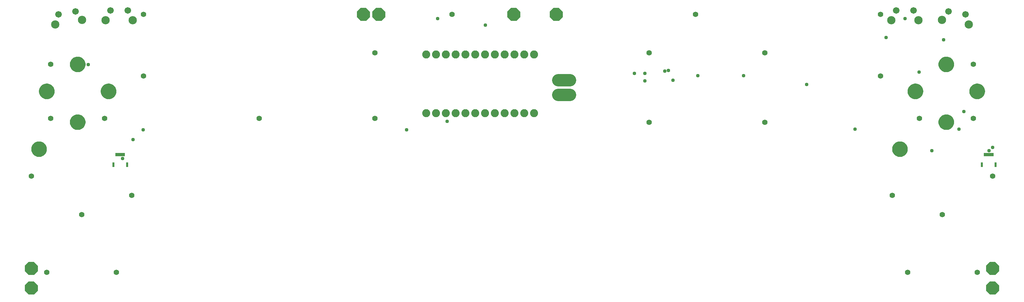
<source format=gbr>
G04 EAGLE Gerber RS-274X export*
G75*
%MOMM*%
%FSLAX34Y34*%
%LPD*%
%INSoldermask Top*%
%IPPOS*%
%AMOC8*
5,1,8,0,0,1.08239X$1,22.5*%
G01*
G04 Define Apertures*
%ADD10C,1.403200*%
%ADD11C,2.082800*%
%ADD12R,0.503200X0.903200*%
%ADD13R,0.503200X1.203200*%
%ADD14C,3.213100*%
%ADD15C,2.000000*%
%ADD16C,1.701800*%
%ADD17C,2.146300*%
%ADD18P,3.62904X8X22.5*%
%ADD19C,0.959600*%
D10*
X240000Y50000D03*
X420000Y50000D03*
X330000Y200000D03*
X200000Y300000D03*
X460000Y250000D03*
X2650000Y50000D03*
X2470000Y50000D03*
X2560000Y200000D03*
X2430000Y250000D03*
X2690000Y300000D03*
X490000Y720000D03*
X2400000Y720000D03*
X790000Y450000D03*
X1090000Y450000D03*
X2100000Y440000D03*
X1800000Y440000D03*
X1800000Y620000D03*
X2100000Y620000D03*
X250000Y450000D03*
X390000Y450000D03*
X250000Y590000D03*
X1290000Y720000D03*
X1920000Y720000D03*
X2500000Y450000D03*
X2640000Y450000D03*
X2640000Y590000D03*
X2400000Y560000D03*
X490000Y560000D03*
X1090000Y620000D03*
D11*
X1223000Y616200D03*
X1248400Y616200D03*
X1273800Y616200D03*
X1299200Y616200D03*
X1324600Y616200D03*
X1350000Y616200D03*
X1375400Y616200D03*
X1400800Y616200D03*
X1426200Y616200D03*
X1451600Y616200D03*
X1477000Y616200D03*
X1502400Y616200D03*
X1502400Y463800D03*
X1477000Y463800D03*
X1451600Y463800D03*
X1426200Y463800D03*
X1400800Y463800D03*
X1375400Y463800D03*
X1350000Y463800D03*
X1324600Y463800D03*
X1299200Y463800D03*
X1273800Y463800D03*
X1248400Y463800D03*
X1223000Y463800D03*
D12*
X420000Y356000D03*
X425000Y356000D03*
X430000Y356000D03*
X435000Y356000D03*
X440000Y356000D03*
D13*
X412100Y329500D03*
X447900Y329500D03*
D12*
X2670000Y356000D03*
X2675000Y356000D03*
X2680000Y356000D03*
X2685000Y356000D03*
X2690000Y356000D03*
D13*
X2662100Y329500D03*
X2697900Y329500D03*
D14*
X1595050Y510950D02*
X1564951Y510950D01*
X1564951Y549050D02*
X1595050Y549050D01*
D15*
X2560000Y440000D02*
X2560003Y440245D01*
X2560012Y440491D01*
X2560027Y440736D01*
X2560048Y440980D01*
X2560075Y441224D01*
X2560108Y441467D01*
X2560147Y441710D01*
X2560192Y441951D01*
X2560243Y442191D01*
X2560300Y442430D01*
X2560362Y442667D01*
X2560431Y442903D01*
X2560505Y443137D01*
X2560585Y443369D01*
X2560670Y443599D01*
X2560761Y443827D01*
X2560858Y444052D01*
X2560960Y444276D01*
X2561068Y444496D01*
X2561181Y444714D01*
X2561299Y444929D01*
X2561423Y445141D01*
X2561551Y445350D01*
X2561685Y445556D01*
X2561824Y445758D01*
X2561968Y445957D01*
X2562117Y446152D01*
X2562270Y446344D01*
X2562428Y446532D01*
X2562590Y446716D01*
X2562758Y446895D01*
X2562929Y447071D01*
X2563105Y447242D01*
X2563284Y447410D01*
X2563468Y447572D01*
X2563656Y447730D01*
X2563848Y447883D01*
X2564043Y448032D01*
X2564242Y448176D01*
X2564444Y448315D01*
X2564650Y448449D01*
X2564859Y448577D01*
X2565071Y448701D01*
X2565286Y448819D01*
X2565504Y448932D01*
X2565724Y449040D01*
X2565948Y449142D01*
X2566173Y449239D01*
X2566401Y449330D01*
X2566631Y449415D01*
X2566863Y449495D01*
X2567097Y449569D01*
X2567333Y449638D01*
X2567570Y449700D01*
X2567809Y449757D01*
X2568049Y449808D01*
X2568290Y449853D01*
X2568533Y449892D01*
X2568776Y449925D01*
X2569020Y449952D01*
X2569264Y449973D01*
X2569509Y449988D01*
X2569755Y449997D01*
X2570000Y450000D01*
X2570245Y449997D01*
X2570491Y449988D01*
X2570736Y449973D01*
X2570980Y449952D01*
X2571224Y449925D01*
X2571467Y449892D01*
X2571710Y449853D01*
X2571951Y449808D01*
X2572191Y449757D01*
X2572430Y449700D01*
X2572667Y449638D01*
X2572903Y449569D01*
X2573137Y449495D01*
X2573369Y449415D01*
X2573599Y449330D01*
X2573827Y449239D01*
X2574052Y449142D01*
X2574276Y449040D01*
X2574496Y448932D01*
X2574714Y448819D01*
X2574929Y448701D01*
X2575141Y448577D01*
X2575350Y448449D01*
X2575556Y448315D01*
X2575758Y448176D01*
X2575957Y448032D01*
X2576152Y447883D01*
X2576344Y447730D01*
X2576532Y447572D01*
X2576716Y447410D01*
X2576895Y447242D01*
X2577071Y447071D01*
X2577242Y446895D01*
X2577410Y446716D01*
X2577572Y446532D01*
X2577730Y446344D01*
X2577883Y446152D01*
X2578032Y445957D01*
X2578176Y445758D01*
X2578315Y445556D01*
X2578449Y445350D01*
X2578577Y445141D01*
X2578701Y444929D01*
X2578819Y444714D01*
X2578932Y444496D01*
X2579040Y444276D01*
X2579142Y444052D01*
X2579239Y443827D01*
X2579330Y443599D01*
X2579415Y443369D01*
X2579495Y443137D01*
X2579569Y442903D01*
X2579638Y442667D01*
X2579700Y442430D01*
X2579757Y442191D01*
X2579808Y441951D01*
X2579853Y441710D01*
X2579892Y441467D01*
X2579925Y441224D01*
X2579952Y440980D01*
X2579973Y440736D01*
X2579988Y440491D01*
X2579997Y440245D01*
X2580000Y440000D01*
X2579997Y439755D01*
X2579988Y439509D01*
X2579973Y439264D01*
X2579952Y439020D01*
X2579925Y438776D01*
X2579892Y438533D01*
X2579853Y438290D01*
X2579808Y438049D01*
X2579757Y437809D01*
X2579700Y437570D01*
X2579638Y437333D01*
X2579569Y437097D01*
X2579495Y436863D01*
X2579415Y436631D01*
X2579330Y436401D01*
X2579239Y436173D01*
X2579142Y435948D01*
X2579040Y435724D01*
X2578932Y435504D01*
X2578819Y435286D01*
X2578701Y435071D01*
X2578577Y434859D01*
X2578449Y434650D01*
X2578315Y434444D01*
X2578176Y434242D01*
X2578032Y434043D01*
X2577883Y433848D01*
X2577730Y433656D01*
X2577572Y433468D01*
X2577410Y433284D01*
X2577242Y433105D01*
X2577071Y432929D01*
X2576895Y432758D01*
X2576716Y432590D01*
X2576532Y432428D01*
X2576344Y432270D01*
X2576152Y432117D01*
X2575957Y431968D01*
X2575758Y431824D01*
X2575556Y431685D01*
X2575350Y431551D01*
X2575141Y431423D01*
X2574929Y431299D01*
X2574714Y431181D01*
X2574496Y431068D01*
X2574276Y430960D01*
X2574052Y430858D01*
X2573827Y430761D01*
X2573599Y430670D01*
X2573369Y430585D01*
X2573137Y430505D01*
X2572903Y430431D01*
X2572667Y430362D01*
X2572430Y430300D01*
X2572191Y430243D01*
X2571951Y430192D01*
X2571710Y430147D01*
X2571467Y430108D01*
X2571224Y430075D01*
X2570980Y430048D01*
X2570736Y430027D01*
X2570491Y430012D01*
X2570245Y430003D01*
X2570000Y430000D01*
X2569755Y430003D01*
X2569509Y430012D01*
X2569264Y430027D01*
X2569020Y430048D01*
X2568776Y430075D01*
X2568533Y430108D01*
X2568290Y430147D01*
X2568049Y430192D01*
X2567809Y430243D01*
X2567570Y430300D01*
X2567333Y430362D01*
X2567097Y430431D01*
X2566863Y430505D01*
X2566631Y430585D01*
X2566401Y430670D01*
X2566173Y430761D01*
X2565948Y430858D01*
X2565724Y430960D01*
X2565504Y431068D01*
X2565286Y431181D01*
X2565071Y431299D01*
X2564859Y431423D01*
X2564650Y431551D01*
X2564444Y431685D01*
X2564242Y431824D01*
X2564043Y431968D01*
X2563848Y432117D01*
X2563656Y432270D01*
X2563468Y432428D01*
X2563284Y432590D01*
X2563105Y432758D01*
X2562929Y432929D01*
X2562758Y433105D01*
X2562590Y433284D01*
X2562428Y433468D01*
X2562270Y433656D01*
X2562117Y433848D01*
X2561968Y434043D01*
X2561824Y434242D01*
X2561685Y434444D01*
X2561551Y434650D01*
X2561423Y434859D01*
X2561299Y435071D01*
X2561181Y435286D01*
X2561068Y435504D01*
X2560960Y435724D01*
X2560858Y435948D01*
X2560761Y436173D01*
X2560670Y436401D01*
X2560585Y436631D01*
X2560505Y436863D01*
X2560431Y437097D01*
X2560362Y437333D01*
X2560300Y437570D01*
X2560243Y437809D01*
X2560192Y438049D01*
X2560147Y438290D01*
X2560108Y438533D01*
X2560075Y438776D01*
X2560048Y439020D01*
X2560027Y439264D01*
X2560012Y439509D01*
X2560003Y439755D01*
X2560000Y440000D01*
X310000Y440000D02*
X310003Y440245D01*
X310012Y440491D01*
X310027Y440736D01*
X310048Y440980D01*
X310075Y441224D01*
X310108Y441467D01*
X310147Y441710D01*
X310192Y441951D01*
X310243Y442191D01*
X310300Y442430D01*
X310362Y442667D01*
X310431Y442903D01*
X310505Y443137D01*
X310585Y443369D01*
X310670Y443599D01*
X310761Y443827D01*
X310858Y444052D01*
X310960Y444276D01*
X311068Y444496D01*
X311181Y444714D01*
X311299Y444929D01*
X311423Y445141D01*
X311551Y445350D01*
X311685Y445556D01*
X311824Y445758D01*
X311968Y445957D01*
X312117Y446152D01*
X312270Y446344D01*
X312428Y446532D01*
X312590Y446716D01*
X312758Y446895D01*
X312929Y447071D01*
X313105Y447242D01*
X313284Y447410D01*
X313468Y447572D01*
X313656Y447730D01*
X313848Y447883D01*
X314043Y448032D01*
X314242Y448176D01*
X314444Y448315D01*
X314650Y448449D01*
X314859Y448577D01*
X315071Y448701D01*
X315286Y448819D01*
X315504Y448932D01*
X315724Y449040D01*
X315948Y449142D01*
X316173Y449239D01*
X316401Y449330D01*
X316631Y449415D01*
X316863Y449495D01*
X317097Y449569D01*
X317333Y449638D01*
X317570Y449700D01*
X317809Y449757D01*
X318049Y449808D01*
X318290Y449853D01*
X318533Y449892D01*
X318776Y449925D01*
X319020Y449952D01*
X319264Y449973D01*
X319509Y449988D01*
X319755Y449997D01*
X320000Y450000D01*
X320245Y449997D01*
X320491Y449988D01*
X320736Y449973D01*
X320980Y449952D01*
X321224Y449925D01*
X321467Y449892D01*
X321710Y449853D01*
X321951Y449808D01*
X322191Y449757D01*
X322430Y449700D01*
X322667Y449638D01*
X322903Y449569D01*
X323137Y449495D01*
X323369Y449415D01*
X323599Y449330D01*
X323827Y449239D01*
X324052Y449142D01*
X324276Y449040D01*
X324496Y448932D01*
X324714Y448819D01*
X324929Y448701D01*
X325141Y448577D01*
X325350Y448449D01*
X325556Y448315D01*
X325758Y448176D01*
X325957Y448032D01*
X326152Y447883D01*
X326344Y447730D01*
X326532Y447572D01*
X326716Y447410D01*
X326895Y447242D01*
X327071Y447071D01*
X327242Y446895D01*
X327410Y446716D01*
X327572Y446532D01*
X327730Y446344D01*
X327883Y446152D01*
X328032Y445957D01*
X328176Y445758D01*
X328315Y445556D01*
X328449Y445350D01*
X328577Y445141D01*
X328701Y444929D01*
X328819Y444714D01*
X328932Y444496D01*
X329040Y444276D01*
X329142Y444052D01*
X329239Y443827D01*
X329330Y443599D01*
X329415Y443369D01*
X329495Y443137D01*
X329569Y442903D01*
X329638Y442667D01*
X329700Y442430D01*
X329757Y442191D01*
X329808Y441951D01*
X329853Y441710D01*
X329892Y441467D01*
X329925Y441224D01*
X329952Y440980D01*
X329973Y440736D01*
X329988Y440491D01*
X329997Y440245D01*
X330000Y440000D01*
X329997Y439755D01*
X329988Y439509D01*
X329973Y439264D01*
X329952Y439020D01*
X329925Y438776D01*
X329892Y438533D01*
X329853Y438290D01*
X329808Y438049D01*
X329757Y437809D01*
X329700Y437570D01*
X329638Y437333D01*
X329569Y437097D01*
X329495Y436863D01*
X329415Y436631D01*
X329330Y436401D01*
X329239Y436173D01*
X329142Y435948D01*
X329040Y435724D01*
X328932Y435504D01*
X328819Y435286D01*
X328701Y435071D01*
X328577Y434859D01*
X328449Y434650D01*
X328315Y434444D01*
X328176Y434242D01*
X328032Y434043D01*
X327883Y433848D01*
X327730Y433656D01*
X327572Y433468D01*
X327410Y433284D01*
X327242Y433105D01*
X327071Y432929D01*
X326895Y432758D01*
X326716Y432590D01*
X326532Y432428D01*
X326344Y432270D01*
X326152Y432117D01*
X325957Y431968D01*
X325758Y431824D01*
X325556Y431685D01*
X325350Y431551D01*
X325141Y431423D01*
X324929Y431299D01*
X324714Y431181D01*
X324496Y431068D01*
X324276Y430960D01*
X324052Y430858D01*
X323827Y430761D01*
X323599Y430670D01*
X323369Y430585D01*
X323137Y430505D01*
X322903Y430431D01*
X322667Y430362D01*
X322430Y430300D01*
X322191Y430243D01*
X321951Y430192D01*
X321710Y430147D01*
X321467Y430108D01*
X321224Y430075D01*
X320980Y430048D01*
X320736Y430027D01*
X320491Y430012D01*
X320245Y430003D01*
X320000Y430000D01*
X319755Y430003D01*
X319509Y430012D01*
X319264Y430027D01*
X319020Y430048D01*
X318776Y430075D01*
X318533Y430108D01*
X318290Y430147D01*
X318049Y430192D01*
X317809Y430243D01*
X317570Y430300D01*
X317333Y430362D01*
X317097Y430431D01*
X316863Y430505D01*
X316631Y430585D01*
X316401Y430670D01*
X316173Y430761D01*
X315948Y430858D01*
X315724Y430960D01*
X315504Y431068D01*
X315286Y431181D01*
X315071Y431299D01*
X314859Y431423D01*
X314650Y431551D01*
X314444Y431685D01*
X314242Y431824D01*
X314043Y431968D01*
X313848Y432117D01*
X313656Y432270D01*
X313468Y432428D01*
X313284Y432590D01*
X313105Y432758D01*
X312929Y432929D01*
X312758Y433105D01*
X312590Y433284D01*
X312428Y433468D01*
X312270Y433656D01*
X312117Y433848D01*
X311968Y434043D01*
X311824Y434242D01*
X311685Y434444D01*
X311551Y434650D01*
X311423Y434859D01*
X311299Y435071D01*
X311181Y435286D01*
X311068Y435504D01*
X310960Y435724D01*
X310858Y435948D01*
X310761Y436173D01*
X310670Y436401D01*
X310585Y436631D01*
X310505Y436863D01*
X310431Y437097D01*
X310362Y437333D01*
X310300Y437570D01*
X310243Y437809D01*
X310192Y438049D01*
X310147Y438290D01*
X310108Y438533D01*
X310075Y438776D01*
X310048Y439020D01*
X310027Y439264D01*
X310012Y439509D01*
X310003Y439755D01*
X310000Y440000D01*
D16*
X270000Y720000D03*
X314275Y727807D03*
D17*
X262066Y693325D03*
X331105Y705498D03*
D15*
X230000Y520000D02*
X230003Y520245D01*
X230012Y520491D01*
X230027Y520736D01*
X230048Y520980D01*
X230075Y521224D01*
X230108Y521467D01*
X230147Y521710D01*
X230192Y521951D01*
X230243Y522191D01*
X230300Y522430D01*
X230362Y522667D01*
X230431Y522903D01*
X230505Y523137D01*
X230585Y523369D01*
X230670Y523599D01*
X230761Y523827D01*
X230858Y524052D01*
X230960Y524276D01*
X231068Y524496D01*
X231181Y524714D01*
X231299Y524929D01*
X231423Y525141D01*
X231551Y525350D01*
X231685Y525556D01*
X231824Y525758D01*
X231968Y525957D01*
X232117Y526152D01*
X232270Y526344D01*
X232428Y526532D01*
X232590Y526716D01*
X232758Y526895D01*
X232929Y527071D01*
X233105Y527242D01*
X233284Y527410D01*
X233468Y527572D01*
X233656Y527730D01*
X233848Y527883D01*
X234043Y528032D01*
X234242Y528176D01*
X234444Y528315D01*
X234650Y528449D01*
X234859Y528577D01*
X235071Y528701D01*
X235286Y528819D01*
X235504Y528932D01*
X235724Y529040D01*
X235948Y529142D01*
X236173Y529239D01*
X236401Y529330D01*
X236631Y529415D01*
X236863Y529495D01*
X237097Y529569D01*
X237333Y529638D01*
X237570Y529700D01*
X237809Y529757D01*
X238049Y529808D01*
X238290Y529853D01*
X238533Y529892D01*
X238776Y529925D01*
X239020Y529952D01*
X239264Y529973D01*
X239509Y529988D01*
X239755Y529997D01*
X240000Y530000D01*
X240245Y529997D01*
X240491Y529988D01*
X240736Y529973D01*
X240980Y529952D01*
X241224Y529925D01*
X241467Y529892D01*
X241710Y529853D01*
X241951Y529808D01*
X242191Y529757D01*
X242430Y529700D01*
X242667Y529638D01*
X242903Y529569D01*
X243137Y529495D01*
X243369Y529415D01*
X243599Y529330D01*
X243827Y529239D01*
X244052Y529142D01*
X244276Y529040D01*
X244496Y528932D01*
X244714Y528819D01*
X244929Y528701D01*
X245141Y528577D01*
X245350Y528449D01*
X245556Y528315D01*
X245758Y528176D01*
X245957Y528032D01*
X246152Y527883D01*
X246344Y527730D01*
X246532Y527572D01*
X246716Y527410D01*
X246895Y527242D01*
X247071Y527071D01*
X247242Y526895D01*
X247410Y526716D01*
X247572Y526532D01*
X247730Y526344D01*
X247883Y526152D01*
X248032Y525957D01*
X248176Y525758D01*
X248315Y525556D01*
X248449Y525350D01*
X248577Y525141D01*
X248701Y524929D01*
X248819Y524714D01*
X248932Y524496D01*
X249040Y524276D01*
X249142Y524052D01*
X249239Y523827D01*
X249330Y523599D01*
X249415Y523369D01*
X249495Y523137D01*
X249569Y522903D01*
X249638Y522667D01*
X249700Y522430D01*
X249757Y522191D01*
X249808Y521951D01*
X249853Y521710D01*
X249892Y521467D01*
X249925Y521224D01*
X249952Y520980D01*
X249973Y520736D01*
X249988Y520491D01*
X249997Y520245D01*
X250000Y520000D01*
X249997Y519755D01*
X249988Y519509D01*
X249973Y519264D01*
X249952Y519020D01*
X249925Y518776D01*
X249892Y518533D01*
X249853Y518290D01*
X249808Y518049D01*
X249757Y517809D01*
X249700Y517570D01*
X249638Y517333D01*
X249569Y517097D01*
X249495Y516863D01*
X249415Y516631D01*
X249330Y516401D01*
X249239Y516173D01*
X249142Y515948D01*
X249040Y515724D01*
X248932Y515504D01*
X248819Y515286D01*
X248701Y515071D01*
X248577Y514859D01*
X248449Y514650D01*
X248315Y514444D01*
X248176Y514242D01*
X248032Y514043D01*
X247883Y513848D01*
X247730Y513656D01*
X247572Y513468D01*
X247410Y513284D01*
X247242Y513105D01*
X247071Y512929D01*
X246895Y512758D01*
X246716Y512590D01*
X246532Y512428D01*
X246344Y512270D01*
X246152Y512117D01*
X245957Y511968D01*
X245758Y511824D01*
X245556Y511685D01*
X245350Y511551D01*
X245141Y511423D01*
X244929Y511299D01*
X244714Y511181D01*
X244496Y511068D01*
X244276Y510960D01*
X244052Y510858D01*
X243827Y510761D01*
X243599Y510670D01*
X243369Y510585D01*
X243137Y510505D01*
X242903Y510431D01*
X242667Y510362D01*
X242430Y510300D01*
X242191Y510243D01*
X241951Y510192D01*
X241710Y510147D01*
X241467Y510108D01*
X241224Y510075D01*
X240980Y510048D01*
X240736Y510027D01*
X240491Y510012D01*
X240245Y510003D01*
X240000Y510000D01*
X239755Y510003D01*
X239509Y510012D01*
X239264Y510027D01*
X239020Y510048D01*
X238776Y510075D01*
X238533Y510108D01*
X238290Y510147D01*
X238049Y510192D01*
X237809Y510243D01*
X237570Y510300D01*
X237333Y510362D01*
X237097Y510431D01*
X236863Y510505D01*
X236631Y510585D01*
X236401Y510670D01*
X236173Y510761D01*
X235948Y510858D01*
X235724Y510960D01*
X235504Y511068D01*
X235286Y511181D01*
X235071Y511299D01*
X234859Y511423D01*
X234650Y511551D01*
X234444Y511685D01*
X234242Y511824D01*
X234043Y511968D01*
X233848Y512117D01*
X233656Y512270D01*
X233468Y512428D01*
X233284Y512590D01*
X233105Y512758D01*
X232929Y512929D01*
X232758Y513105D01*
X232590Y513284D01*
X232428Y513468D01*
X232270Y513656D01*
X232117Y513848D01*
X231968Y514043D01*
X231824Y514242D01*
X231685Y514444D01*
X231551Y514650D01*
X231423Y514859D01*
X231299Y515071D01*
X231181Y515286D01*
X231068Y515504D01*
X230960Y515724D01*
X230858Y515948D01*
X230761Y516173D01*
X230670Y516401D01*
X230585Y516631D01*
X230505Y516863D01*
X230431Y517097D01*
X230362Y517333D01*
X230300Y517570D01*
X230243Y517809D01*
X230192Y518049D01*
X230147Y518290D01*
X230108Y518533D01*
X230075Y518776D01*
X230048Y519020D01*
X230027Y519264D01*
X230012Y519509D01*
X230003Y519755D01*
X230000Y520000D01*
D16*
X2620000Y720000D03*
X2575725Y727807D03*
D17*
X2627934Y693325D03*
X2558896Y705498D03*
D15*
X390000Y520000D02*
X390003Y520245D01*
X390012Y520491D01*
X390027Y520736D01*
X390048Y520980D01*
X390075Y521224D01*
X390108Y521467D01*
X390147Y521710D01*
X390192Y521951D01*
X390243Y522191D01*
X390300Y522430D01*
X390362Y522667D01*
X390431Y522903D01*
X390505Y523137D01*
X390585Y523369D01*
X390670Y523599D01*
X390761Y523827D01*
X390858Y524052D01*
X390960Y524276D01*
X391068Y524496D01*
X391181Y524714D01*
X391299Y524929D01*
X391423Y525141D01*
X391551Y525350D01*
X391685Y525556D01*
X391824Y525758D01*
X391968Y525957D01*
X392117Y526152D01*
X392270Y526344D01*
X392428Y526532D01*
X392590Y526716D01*
X392758Y526895D01*
X392929Y527071D01*
X393105Y527242D01*
X393284Y527410D01*
X393468Y527572D01*
X393656Y527730D01*
X393848Y527883D01*
X394043Y528032D01*
X394242Y528176D01*
X394444Y528315D01*
X394650Y528449D01*
X394859Y528577D01*
X395071Y528701D01*
X395286Y528819D01*
X395504Y528932D01*
X395724Y529040D01*
X395948Y529142D01*
X396173Y529239D01*
X396401Y529330D01*
X396631Y529415D01*
X396863Y529495D01*
X397097Y529569D01*
X397333Y529638D01*
X397570Y529700D01*
X397809Y529757D01*
X398049Y529808D01*
X398290Y529853D01*
X398533Y529892D01*
X398776Y529925D01*
X399020Y529952D01*
X399264Y529973D01*
X399509Y529988D01*
X399755Y529997D01*
X400000Y530000D01*
X400245Y529997D01*
X400491Y529988D01*
X400736Y529973D01*
X400980Y529952D01*
X401224Y529925D01*
X401467Y529892D01*
X401710Y529853D01*
X401951Y529808D01*
X402191Y529757D01*
X402430Y529700D01*
X402667Y529638D01*
X402903Y529569D01*
X403137Y529495D01*
X403369Y529415D01*
X403599Y529330D01*
X403827Y529239D01*
X404052Y529142D01*
X404276Y529040D01*
X404496Y528932D01*
X404714Y528819D01*
X404929Y528701D01*
X405141Y528577D01*
X405350Y528449D01*
X405556Y528315D01*
X405758Y528176D01*
X405957Y528032D01*
X406152Y527883D01*
X406344Y527730D01*
X406532Y527572D01*
X406716Y527410D01*
X406895Y527242D01*
X407071Y527071D01*
X407242Y526895D01*
X407410Y526716D01*
X407572Y526532D01*
X407730Y526344D01*
X407883Y526152D01*
X408032Y525957D01*
X408176Y525758D01*
X408315Y525556D01*
X408449Y525350D01*
X408577Y525141D01*
X408701Y524929D01*
X408819Y524714D01*
X408932Y524496D01*
X409040Y524276D01*
X409142Y524052D01*
X409239Y523827D01*
X409330Y523599D01*
X409415Y523369D01*
X409495Y523137D01*
X409569Y522903D01*
X409638Y522667D01*
X409700Y522430D01*
X409757Y522191D01*
X409808Y521951D01*
X409853Y521710D01*
X409892Y521467D01*
X409925Y521224D01*
X409952Y520980D01*
X409973Y520736D01*
X409988Y520491D01*
X409997Y520245D01*
X410000Y520000D01*
X409997Y519755D01*
X409988Y519509D01*
X409973Y519264D01*
X409952Y519020D01*
X409925Y518776D01*
X409892Y518533D01*
X409853Y518290D01*
X409808Y518049D01*
X409757Y517809D01*
X409700Y517570D01*
X409638Y517333D01*
X409569Y517097D01*
X409495Y516863D01*
X409415Y516631D01*
X409330Y516401D01*
X409239Y516173D01*
X409142Y515948D01*
X409040Y515724D01*
X408932Y515504D01*
X408819Y515286D01*
X408701Y515071D01*
X408577Y514859D01*
X408449Y514650D01*
X408315Y514444D01*
X408176Y514242D01*
X408032Y514043D01*
X407883Y513848D01*
X407730Y513656D01*
X407572Y513468D01*
X407410Y513284D01*
X407242Y513105D01*
X407071Y512929D01*
X406895Y512758D01*
X406716Y512590D01*
X406532Y512428D01*
X406344Y512270D01*
X406152Y512117D01*
X405957Y511968D01*
X405758Y511824D01*
X405556Y511685D01*
X405350Y511551D01*
X405141Y511423D01*
X404929Y511299D01*
X404714Y511181D01*
X404496Y511068D01*
X404276Y510960D01*
X404052Y510858D01*
X403827Y510761D01*
X403599Y510670D01*
X403369Y510585D01*
X403137Y510505D01*
X402903Y510431D01*
X402667Y510362D01*
X402430Y510300D01*
X402191Y510243D01*
X401951Y510192D01*
X401710Y510147D01*
X401467Y510108D01*
X401224Y510075D01*
X400980Y510048D01*
X400736Y510027D01*
X400491Y510012D01*
X400245Y510003D01*
X400000Y510000D01*
X399755Y510003D01*
X399509Y510012D01*
X399264Y510027D01*
X399020Y510048D01*
X398776Y510075D01*
X398533Y510108D01*
X398290Y510147D01*
X398049Y510192D01*
X397809Y510243D01*
X397570Y510300D01*
X397333Y510362D01*
X397097Y510431D01*
X396863Y510505D01*
X396631Y510585D01*
X396401Y510670D01*
X396173Y510761D01*
X395948Y510858D01*
X395724Y510960D01*
X395504Y511068D01*
X395286Y511181D01*
X395071Y511299D01*
X394859Y511423D01*
X394650Y511551D01*
X394444Y511685D01*
X394242Y511824D01*
X394043Y511968D01*
X393848Y512117D01*
X393656Y512270D01*
X393468Y512428D01*
X393284Y512590D01*
X393105Y512758D01*
X392929Y512929D01*
X392758Y513105D01*
X392590Y513284D01*
X392428Y513468D01*
X392270Y513656D01*
X392117Y513848D01*
X391968Y514043D01*
X391824Y514242D01*
X391685Y514444D01*
X391551Y514650D01*
X391423Y514859D01*
X391299Y515071D01*
X391181Y515286D01*
X391068Y515504D01*
X390960Y515724D01*
X390858Y515948D01*
X390761Y516173D01*
X390670Y516401D01*
X390585Y516631D01*
X390505Y516863D01*
X390431Y517097D01*
X390362Y517333D01*
X390300Y517570D01*
X390243Y517809D01*
X390192Y518049D01*
X390147Y518290D01*
X390108Y518533D01*
X390075Y518776D01*
X390048Y519020D01*
X390027Y519264D01*
X390012Y519509D01*
X390003Y519755D01*
X390000Y520000D01*
X210000Y370000D02*
X210003Y370245D01*
X210012Y370491D01*
X210027Y370736D01*
X210048Y370980D01*
X210075Y371224D01*
X210108Y371467D01*
X210147Y371710D01*
X210192Y371951D01*
X210243Y372191D01*
X210300Y372430D01*
X210362Y372667D01*
X210431Y372903D01*
X210505Y373137D01*
X210585Y373369D01*
X210670Y373599D01*
X210761Y373827D01*
X210858Y374052D01*
X210960Y374276D01*
X211068Y374496D01*
X211181Y374714D01*
X211299Y374929D01*
X211423Y375141D01*
X211551Y375350D01*
X211685Y375556D01*
X211824Y375758D01*
X211968Y375957D01*
X212117Y376152D01*
X212270Y376344D01*
X212428Y376532D01*
X212590Y376716D01*
X212758Y376895D01*
X212929Y377071D01*
X213105Y377242D01*
X213284Y377410D01*
X213468Y377572D01*
X213656Y377730D01*
X213848Y377883D01*
X214043Y378032D01*
X214242Y378176D01*
X214444Y378315D01*
X214650Y378449D01*
X214859Y378577D01*
X215071Y378701D01*
X215286Y378819D01*
X215504Y378932D01*
X215724Y379040D01*
X215948Y379142D01*
X216173Y379239D01*
X216401Y379330D01*
X216631Y379415D01*
X216863Y379495D01*
X217097Y379569D01*
X217333Y379638D01*
X217570Y379700D01*
X217809Y379757D01*
X218049Y379808D01*
X218290Y379853D01*
X218533Y379892D01*
X218776Y379925D01*
X219020Y379952D01*
X219264Y379973D01*
X219509Y379988D01*
X219755Y379997D01*
X220000Y380000D01*
X220245Y379997D01*
X220491Y379988D01*
X220736Y379973D01*
X220980Y379952D01*
X221224Y379925D01*
X221467Y379892D01*
X221710Y379853D01*
X221951Y379808D01*
X222191Y379757D01*
X222430Y379700D01*
X222667Y379638D01*
X222903Y379569D01*
X223137Y379495D01*
X223369Y379415D01*
X223599Y379330D01*
X223827Y379239D01*
X224052Y379142D01*
X224276Y379040D01*
X224496Y378932D01*
X224714Y378819D01*
X224929Y378701D01*
X225141Y378577D01*
X225350Y378449D01*
X225556Y378315D01*
X225758Y378176D01*
X225957Y378032D01*
X226152Y377883D01*
X226344Y377730D01*
X226532Y377572D01*
X226716Y377410D01*
X226895Y377242D01*
X227071Y377071D01*
X227242Y376895D01*
X227410Y376716D01*
X227572Y376532D01*
X227730Y376344D01*
X227883Y376152D01*
X228032Y375957D01*
X228176Y375758D01*
X228315Y375556D01*
X228449Y375350D01*
X228577Y375141D01*
X228701Y374929D01*
X228819Y374714D01*
X228932Y374496D01*
X229040Y374276D01*
X229142Y374052D01*
X229239Y373827D01*
X229330Y373599D01*
X229415Y373369D01*
X229495Y373137D01*
X229569Y372903D01*
X229638Y372667D01*
X229700Y372430D01*
X229757Y372191D01*
X229808Y371951D01*
X229853Y371710D01*
X229892Y371467D01*
X229925Y371224D01*
X229952Y370980D01*
X229973Y370736D01*
X229988Y370491D01*
X229997Y370245D01*
X230000Y370000D01*
X229997Y369755D01*
X229988Y369509D01*
X229973Y369264D01*
X229952Y369020D01*
X229925Y368776D01*
X229892Y368533D01*
X229853Y368290D01*
X229808Y368049D01*
X229757Y367809D01*
X229700Y367570D01*
X229638Y367333D01*
X229569Y367097D01*
X229495Y366863D01*
X229415Y366631D01*
X229330Y366401D01*
X229239Y366173D01*
X229142Y365948D01*
X229040Y365724D01*
X228932Y365504D01*
X228819Y365286D01*
X228701Y365071D01*
X228577Y364859D01*
X228449Y364650D01*
X228315Y364444D01*
X228176Y364242D01*
X228032Y364043D01*
X227883Y363848D01*
X227730Y363656D01*
X227572Y363468D01*
X227410Y363284D01*
X227242Y363105D01*
X227071Y362929D01*
X226895Y362758D01*
X226716Y362590D01*
X226532Y362428D01*
X226344Y362270D01*
X226152Y362117D01*
X225957Y361968D01*
X225758Y361824D01*
X225556Y361685D01*
X225350Y361551D01*
X225141Y361423D01*
X224929Y361299D01*
X224714Y361181D01*
X224496Y361068D01*
X224276Y360960D01*
X224052Y360858D01*
X223827Y360761D01*
X223599Y360670D01*
X223369Y360585D01*
X223137Y360505D01*
X222903Y360431D01*
X222667Y360362D01*
X222430Y360300D01*
X222191Y360243D01*
X221951Y360192D01*
X221710Y360147D01*
X221467Y360108D01*
X221224Y360075D01*
X220980Y360048D01*
X220736Y360027D01*
X220491Y360012D01*
X220245Y360003D01*
X220000Y360000D01*
X219755Y360003D01*
X219509Y360012D01*
X219264Y360027D01*
X219020Y360048D01*
X218776Y360075D01*
X218533Y360108D01*
X218290Y360147D01*
X218049Y360192D01*
X217809Y360243D01*
X217570Y360300D01*
X217333Y360362D01*
X217097Y360431D01*
X216863Y360505D01*
X216631Y360585D01*
X216401Y360670D01*
X216173Y360761D01*
X215948Y360858D01*
X215724Y360960D01*
X215504Y361068D01*
X215286Y361181D01*
X215071Y361299D01*
X214859Y361423D01*
X214650Y361551D01*
X214444Y361685D01*
X214242Y361824D01*
X214043Y361968D01*
X213848Y362117D01*
X213656Y362270D01*
X213468Y362428D01*
X213284Y362590D01*
X213105Y362758D01*
X212929Y362929D01*
X212758Y363105D01*
X212590Y363284D01*
X212428Y363468D01*
X212270Y363656D01*
X212117Y363848D01*
X211968Y364043D01*
X211824Y364242D01*
X211685Y364444D01*
X211551Y364650D01*
X211423Y364859D01*
X211299Y365071D01*
X211181Y365286D01*
X211068Y365504D01*
X210960Y365724D01*
X210858Y365948D01*
X210761Y366173D01*
X210670Y366401D01*
X210585Y366631D01*
X210505Y366863D01*
X210431Y367097D01*
X210362Y367333D01*
X210300Y367570D01*
X210243Y367809D01*
X210192Y368049D01*
X210147Y368290D01*
X210108Y368533D01*
X210075Y368776D01*
X210048Y369020D01*
X210027Y369264D01*
X210012Y369509D01*
X210003Y369755D01*
X210000Y370000D01*
X2440000Y370000D02*
X2440003Y370245D01*
X2440012Y370491D01*
X2440027Y370736D01*
X2440048Y370980D01*
X2440075Y371224D01*
X2440108Y371467D01*
X2440147Y371710D01*
X2440192Y371951D01*
X2440243Y372191D01*
X2440300Y372430D01*
X2440362Y372667D01*
X2440431Y372903D01*
X2440505Y373137D01*
X2440585Y373369D01*
X2440670Y373599D01*
X2440761Y373827D01*
X2440858Y374052D01*
X2440960Y374276D01*
X2441068Y374496D01*
X2441181Y374714D01*
X2441299Y374929D01*
X2441423Y375141D01*
X2441551Y375350D01*
X2441685Y375556D01*
X2441824Y375758D01*
X2441968Y375957D01*
X2442117Y376152D01*
X2442270Y376344D01*
X2442428Y376532D01*
X2442590Y376716D01*
X2442758Y376895D01*
X2442929Y377071D01*
X2443105Y377242D01*
X2443284Y377410D01*
X2443468Y377572D01*
X2443656Y377730D01*
X2443848Y377883D01*
X2444043Y378032D01*
X2444242Y378176D01*
X2444444Y378315D01*
X2444650Y378449D01*
X2444859Y378577D01*
X2445071Y378701D01*
X2445286Y378819D01*
X2445504Y378932D01*
X2445724Y379040D01*
X2445948Y379142D01*
X2446173Y379239D01*
X2446401Y379330D01*
X2446631Y379415D01*
X2446863Y379495D01*
X2447097Y379569D01*
X2447333Y379638D01*
X2447570Y379700D01*
X2447809Y379757D01*
X2448049Y379808D01*
X2448290Y379853D01*
X2448533Y379892D01*
X2448776Y379925D01*
X2449020Y379952D01*
X2449264Y379973D01*
X2449509Y379988D01*
X2449755Y379997D01*
X2450000Y380000D01*
X2450245Y379997D01*
X2450491Y379988D01*
X2450736Y379973D01*
X2450980Y379952D01*
X2451224Y379925D01*
X2451467Y379892D01*
X2451710Y379853D01*
X2451951Y379808D01*
X2452191Y379757D01*
X2452430Y379700D01*
X2452667Y379638D01*
X2452903Y379569D01*
X2453137Y379495D01*
X2453369Y379415D01*
X2453599Y379330D01*
X2453827Y379239D01*
X2454052Y379142D01*
X2454276Y379040D01*
X2454496Y378932D01*
X2454714Y378819D01*
X2454929Y378701D01*
X2455141Y378577D01*
X2455350Y378449D01*
X2455556Y378315D01*
X2455758Y378176D01*
X2455957Y378032D01*
X2456152Y377883D01*
X2456344Y377730D01*
X2456532Y377572D01*
X2456716Y377410D01*
X2456895Y377242D01*
X2457071Y377071D01*
X2457242Y376895D01*
X2457410Y376716D01*
X2457572Y376532D01*
X2457730Y376344D01*
X2457883Y376152D01*
X2458032Y375957D01*
X2458176Y375758D01*
X2458315Y375556D01*
X2458449Y375350D01*
X2458577Y375141D01*
X2458701Y374929D01*
X2458819Y374714D01*
X2458932Y374496D01*
X2459040Y374276D01*
X2459142Y374052D01*
X2459239Y373827D01*
X2459330Y373599D01*
X2459415Y373369D01*
X2459495Y373137D01*
X2459569Y372903D01*
X2459638Y372667D01*
X2459700Y372430D01*
X2459757Y372191D01*
X2459808Y371951D01*
X2459853Y371710D01*
X2459892Y371467D01*
X2459925Y371224D01*
X2459952Y370980D01*
X2459973Y370736D01*
X2459988Y370491D01*
X2459997Y370245D01*
X2460000Y370000D01*
X2459997Y369755D01*
X2459988Y369509D01*
X2459973Y369264D01*
X2459952Y369020D01*
X2459925Y368776D01*
X2459892Y368533D01*
X2459853Y368290D01*
X2459808Y368049D01*
X2459757Y367809D01*
X2459700Y367570D01*
X2459638Y367333D01*
X2459569Y367097D01*
X2459495Y366863D01*
X2459415Y366631D01*
X2459330Y366401D01*
X2459239Y366173D01*
X2459142Y365948D01*
X2459040Y365724D01*
X2458932Y365504D01*
X2458819Y365286D01*
X2458701Y365071D01*
X2458577Y364859D01*
X2458449Y364650D01*
X2458315Y364444D01*
X2458176Y364242D01*
X2458032Y364043D01*
X2457883Y363848D01*
X2457730Y363656D01*
X2457572Y363468D01*
X2457410Y363284D01*
X2457242Y363105D01*
X2457071Y362929D01*
X2456895Y362758D01*
X2456716Y362590D01*
X2456532Y362428D01*
X2456344Y362270D01*
X2456152Y362117D01*
X2455957Y361968D01*
X2455758Y361824D01*
X2455556Y361685D01*
X2455350Y361551D01*
X2455141Y361423D01*
X2454929Y361299D01*
X2454714Y361181D01*
X2454496Y361068D01*
X2454276Y360960D01*
X2454052Y360858D01*
X2453827Y360761D01*
X2453599Y360670D01*
X2453369Y360585D01*
X2453137Y360505D01*
X2452903Y360431D01*
X2452667Y360362D01*
X2452430Y360300D01*
X2452191Y360243D01*
X2451951Y360192D01*
X2451710Y360147D01*
X2451467Y360108D01*
X2451224Y360075D01*
X2450980Y360048D01*
X2450736Y360027D01*
X2450491Y360012D01*
X2450245Y360003D01*
X2450000Y360000D01*
X2449755Y360003D01*
X2449509Y360012D01*
X2449264Y360027D01*
X2449020Y360048D01*
X2448776Y360075D01*
X2448533Y360108D01*
X2448290Y360147D01*
X2448049Y360192D01*
X2447809Y360243D01*
X2447570Y360300D01*
X2447333Y360362D01*
X2447097Y360431D01*
X2446863Y360505D01*
X2446631Y360585D01*
X2446401Y360670D01*
X2446173Y360761D01*
X2445948Y360858D01*
X2445724Y360960D01*
X2445504Y361068D01*
X2445286Y361181D01*
X2445071Y361299D01*
X2444859Y361423D01*
X2444650Y361551D01*
X2444444Y361685D01*
X2444242Y361824D01*
X2444043Y361968D01*
X2443848Y362117D01*
X2443656Y362270D01*
X2443468Y362428D01*
X2443284Y362590D01*
X2443105Y362758D01*
X2442929Y362929D01*
X2442758Y363105D01*
X2442590Y363284D01*
X2442428Y363468D01*
X2442270Y363656D01*
X2442117Y363848D01*
X2441968Y364043D01*
X2441824Y364242D01*
X2441685Y364444D01*
X2441551Y364650D01*
X2441423Y364859D01*
X2441299Y365071D01*
X2441181Y365286D01*
X2441068Y365504D01*
X2440960Y365724D01*
X2440858Y365948D01*
X2440761Y366173D01*
X2440670Y366401D01*
X2440585Y366631D01*
X2440505Y366863D01*
X2440431Y367097D01*
X2440362Y367333D01*
X2440300Y367570D01*
X2440243Y367809D01*
X2440192Y368049D01*
X2440147Y368290D01*
X2440108Y368533D01*
X2440075Y368776D01*
X2440048Y369020D01*
X2440027Y369264D01*
X2440012Y369509D01*
X2440003Y369755D01*
X2440000Y370000D01*
X310000Y590000D02*
X310003Y590245D01*
X310012Y590491D01*
X310027Y590736D01*
X310048Y590980D01*
X310075Y591224D01*
X310108Y591467D01*
X310147Y591710D01*
X310192Y591951D01*
X310243Y592191D01*
X310300Y592430D01*
X310362Y592667D01*
X310431Y592903D01*
X310505Y593137D01*
X310585Y593369D01*
X310670Y593599D01*
X310761Y593827D01*
X310858Y594052D01*
X310960Y594276D01*
X311068Y594496D01*
X311181Y594714D01*
X311299Y594929D01*
X311423Y595141D01*
X311551Y595350D01*
X311685Y595556D01*
X311824Y595758D01*
X311968Y595957D01*
X312117Y596152D01*
X312270Y596344D01*
X312428Y596532D01*
X312590Y596716D01*
X312758Y596895D01*
X312929Y597071D01*
X313105Y597242D01*
X313284Y597410D01*
X313468Y597572D01*
X313656Y597730D01*
X313848Y597883D01*
X314043Y598032D01*
X314242Y598176D01*
X314444Y598315D01*
X314650Y598449D01*
X314859Y598577D01*
X315071Y598701D01*
X315286Y598819D01*
X315504Y598932D01*
X315724Y599040D01*
X315948Y599142D01*
X316173Y599239D01*
X316401Y599330D01*
X316631Y599415D01*
X316863Y599495D01*
X317097Y599569D01*
X317333Y599638D01*
X317570Y599700D01*
X317809Y599757D01*
X318049Y599808D01*
X318290Y599853D01*
X318533Y599892D01*
X318776Y599925D01*
X319020Y599952D01*
X319264Y599973D01*
X319509Y599988D01*
X319755Y599997D01*
X320000Y600000D01*
X320245Y599997D01*
X320491Y599988D01*
X320736Y599973D01*
X320980Y599952D01*
X321224Y599925D01*
X321467Y599892D01*
X321710Y599853D01*
X321951Y599808D01*
X322191Y599757D01*
X322430Y599700D01*
X322667Y599638D01*
X322903Y599569D01*
X323137Y599495D01*
X323369Y599415D01*
X323599Y599330D01*
X323827Y599239D01*
X324052Y599142D01*
X324276Y599040D01*
X324496Y598932D01*
X324714Y598819D01*
X324929Y598701D01*
X325141Y598577D01*
X325350Y598449D01*
X325556Y598315D01*
X325758Y598176D01*
X325957Y598032D01*
X326152Y597883D01*
X326344Y597730D01*
X326532Y597572D01*
X326716Y597410D01*
X326895Y597242D01*
X327071Y597071D01*
X327242Y596895D01*
X327410Y596716D01*
X327572Y596532D01*
X327730Y596344D01*
X327883Y596152D01*
X328032Y595957D01*
X328176Y595758D01*
X328315Y595556D01*
X328449Y595350D01*
X328577Y595141D01*
X328701Y594929D01*
X328819Y594714D01*
X328932Y594496D01*
X329040Y594276D01*
X329142Y594052D01*
X329239Y593827D01*
X329330Y593599D01*
X329415Y593369D01*
X329495Y593137D01*
X329569Y592903D01*
X329638Y592667D01*
X329700Y592430D01*
X329757Y592191D01*
X329808Y591951D01*
X329853Y591710D01*
X329892Y591467D01*
X329925Y591224D01*
X329952Y590980D01*
X329973Y590736D01*
X329988Y590491D01*
X329997Y590245D01*
X330000Y590000D01*
X329997Y589755D01*
X329988Y589509D01*
X329973Y589264D01*
X329952Y589020D01*
X329925Y588776D01*
X329892Y588533D01*
X329853Y588290D01*
X329808Y588049D01*
X329757Y587809D01*
X329700Y587570D01*
X329638Y587333D01*
X329569Y587097D01*
X329495Y586863D01*
X329415Y586631D01*
X329330Y586401D01*
X329239Y586173D01*
X329142Y585948D01*
X329040Y585724D01*
X328932Y585504D01*
X328819Y585286D01*
X328701Y585071D01*
X328577Y584859D01*
X328449Y584650D01*
X328315Y584444D01*
X328176Y584242D01*
X328032Y584043D01*
X327883Y583848D01*
X327730Y583656D01*
X327572Y583468D01*
X327410Y583284D01*
X327242Y583105D01*
X327071Y582929D01*
X326895Y582758D01*
X326716Y582590D01*
X326532Y582428D01*
X326344Y582270D01*
X326152Y582117D01*
X325957Y581968D01*
X325758Y581824D01*
X325556Y581685D01*
X325350Y581551D01*
X325141Y581423D01*
X324929Y581299D01*
X324714Y581181D01*
X324496Y581068D01*
X324276Y580960D01*
X324052Y580858D01*
X323827Y580761D01*
X323599Y580670D01*
X323369Y580585D01*
X323137Y580505D01*
X322903Y580431D01*
X322667Y580362D01*
X322430Y580300D01*
X322191Y580243D01*
X321951Y580192D01*
X321710Y580147D01*
X321467Y580108D01*
X321224Y580075D01*
X320980Y580048D01*
X320736Y580027D01*
X320491Y580012D01*
X320245Y580003D01*
X320000Y580000D01*
X319755Y580003D01*
X319509Y580012D01*
X319264Y580027D01*
X319020Y580048D01*
X318776Y580075D01*
X318533Y580108D01*
X318290Y580147D01*
X318049Y580192D01*
X317809Y580243D01*
X317570Y580300D01*
X317333Y580362D01*
X317097Y580431D01*
X316863Y580505D01*
X316631Y580585D01*
X316401Y580670D01*
X316173Y580761D01*
X315948Y580858D01*
X315724Y580960D01*
X315504Y581068D01*
X315286Y581181D01*
X315071Y581299D01*
X314859Y581423D01*
X314650Y581551D01*
X314444Y581685D01*
X314242Y581824D01*
X314043Y581968D01*
X313848Y582117D01*
X313656Y582270D01*
X313468Y582428D01*
X313284Y582590D01*
X313105Y582758D01*
X312929Y582929D01*
X312758Y583105D01*
X312590Y583284D01*
X312428Y583468D01*
X312270Y583656D01*
X312117Y583848D01*
X311968Y584043D01*
X311824Y584242D01*
X311685Y584444D01*
X311551Y584650D01*
X311423Y584859D01*
X311299Y585071D01*
X311181Y585286D01*
X311068Y585504D01*
X310960Y585724D01*
X310858Y585948D01*
X310761Y586173D01*
X310670Y586401D01*
X310585Y586631D01*
X310505Y586863D01*
X310431Y587097D01*
X310362Y587333D01*
X310300Y587570D01*
X310243Y587809D01*
X310192Y588049D01*
X310147Y588290D01*
X310108Y588533D01*
X310075Y588776D01*
X310048Y589020D01*
X310027Y589264D01*
X310012Y589509D01*
X310003Y589755D01*
X310000Y590000D01*
X2560000Y590000D02*
X2560003Y590245D01*
X2560012Y590491D01*
X2560027Y590736D01*
X2560048Y590980D01*
X2560075Y591224D01*
X2560108Y591467D01*
X2560147Y591710D01*
X2560192Y591951D01*
X2560243Y592191D01*
X2560300Y592430D01*
X2560362Y592667D01*
X2560431Y592903D01*
X2560505Y593137D01*
X2560585Y593369D01*
X2560670Y593599D01*
X2560761Y593827D01*
X2560858Y594052D01*
X2560960Y594276D01*
X2561068Y594496D01*
X2561181Y594714D01*
X2561299Y594929D01*
X2561423Y595141D01*
X2561551Y595350D01*
X2561685Y595556D01*
X2561824Y595758D01*
X2561968Y595957D01*
X2562117Y596152D01*
X2562270Y596344D01*
X2562428Y596532D01*
X2562590Y596716D01*
X2562758Y596895D01*
X2562929Y597071D01*
X2563105Y597242D01*
X2563284Y597410D01*
X2563468Y597572D01*
X2563656Y597730D01*
X2563848Y597883D01*
X2564043Y598032D01*
X2564242Y598176D01*
X2564444Y598315D01*
X2564650Y598449D01*
X2564859Y598577D01*
X2565071Y598701D01*
X2565286Y598819D01*
X2565504Y598932D01*
X2565724Y599040D01*
X2565948Y599142D01*
X2566173Y599239D01*
X2566401Y599330D01*
X2566631Y599415D01*
X2566863Y599495D01*
X2567097Y599569D01*
X2567333Y599638D01*
X2567570Y599700D01*
X2567809Y599757D01*
X2568049Y599808D01*
X2568290Y599853D01*
X2568533Y599892D01*
X2568776Y599925D01*
X2569020Y599952D01*
X2569264Y599973D01*
X2569509Y599988D01*
X2569755Y599997D01*
X2570000Y600000D01*
X2570245Y599997D01*
X2570491Y599988D01*
X2570736Y599973D01*
X2570980Y599952D01*
X2571224Y599925D01*
X2571467Y599892D01*
X2571710Y599853D01*
X2571951Y599808D01*
X2572191Y599757D01*
X2572430Y599700D01*
X2572667Y599638D01*
X2572903Y599569D01*
X2573137Y599495D01*
X2573369Y599415D01*
X2573599Y599330D01*
X2573827Y599239D01*
X2574052Y599142D01*
X2574276Y599040D01*
X2574496Y598932D01*
X2574714Y598819D01*
X2574929Y598701D01*
X2575141Y598577D01*
X2575350Y598449D01*
X2575556Y598315D01*
X2575758Y598176D01*
X2575957Y598032D01*
X2576152Y597883D01*
X2576344Y597730D01*
X2576532Y597572D01*
X2576716Y597410D01*
X2576895Y597242D01*
X2577071Y597071D01*
X2577242Y596895D01*
X2577410Y596716D01*
X2577572Y596532D01*
X2577730Y596344D01*
X2577883Y596152D01*
X2578032Y595957D01*
X2578176Y595758D01*
X2578315Y595556D01*
X2578449Y595350D01*
X2578577Y595141D01*
X2578701Y594929D01*
X2578819Y594714D01*
X2578932Y594496D01*
X2579040Y594276D01*
X2579142Y594052D01*
X2579239Y593827D01*
X2579330Y593599D01*
X2579415Y593369D01*
X2579495Y593137D01*
X2579569Y592903D01*
X2579638Y592667D01*
X2579700Y592430D01*
X2579757Y592191D01*
X2579808Y591951D01*
X2579853Y591710D01*
X2579892Y591467D01*
X2579925Y591224D01*
X2579952Y590980D01*
X2579973Y590736D01*
X2579988Y590491D01*
X2579997Y590245D01*
X2580000Y590000D01*
X2579997Y589755D01*
X2579988Y589509D01*
X2579973Y589264D01*
X2579952Y589020D01*
X2579925Y588776D01*
X2579892Y588533D01*
X2579853Y588290D01*
X2579808Y588049D01*
X2579757Y587809D01*
X2579700Y587570D01*
X2579638Y587333D01*
X2579569Y587097D01*
X2579495Y586863D01*
X2579415Y586631D01*
X2579330Y586401D01*
X2579239Y586173D01*
X2579142Y585948D01*
X2579040Y585724D01*
X2578932Y585504D01*
X2578819Y585286D01*
X2578701Y585071D01*
X2578577Y584859D01*
X2578449Y584650D01*
X2578315Y584444D01*
X2578176Y584242D01*
X2578032Y584043D01*
X2577883Y583848D01*
X2577730Y583656D01*
X2577572Y583468D01*
X2577410Y583284D01*
X2577242Y583105D01*
X2577071Y582929D01*
X2576895Y582758D01*
X2576716Y582590D01*
X2576532Y582428D01*
X2576344Y582270D01*
X2576152Y582117D01*
X2575957Y581968D01*
X2575758Y581824D01*
X2575556Y581685D01*
X2575350Y581551D01*
X2575141Y581423D01*
X2574929Y581299D01*
X2574714Y581181D01*
X2574496Y581068D01*
X2574276Y580960D01*
X2574052Y580858D01*
X2573827Y580761D01*
X2573599Y580670D01*
X2573369Y580585D01*
X2573137Y580505D01*
X2572903Y580431D01*
X2572667Y580362D01*
X2572430Y580300D01*
X2572191Y580243D01*
X2571951Y580192D01*
X2571710Y580147D01*
X2571467Y580108D01*
X2571224Y580075D01*
X2570980Y580048D01*
X2570736Y580027D01*
X2570491Y580012D01*
X2570245Y580003D01*
X2570000Y580000D01*
X2569755Y580003D01*
X2569509Y580012D01*
X2569264Y580027D01*
X2569020Y580048D01*
X2568776Y580075D01*
X2568533Y580108D01*
X2568290Y580147D01*
X2568049Y580192D01*
X2567809Y580243D01*
X2567570Y580300D01*
X2567333Y580362D01*
X2567097Y580431D01*
X2566863Y580505D01*
X2566631Y580585D01*
X2566401Y580670D01*
X2566173Y580761D01*
X2565948Y580858D01*
X2565724Y580960D01*
X2565504Y581068D01*
X2565286Y581181D01*
X2565071Y581299D01*
X2564859Y581423D01*
X2564650Y581551D01*
X2564444Y581685D01*
X2564242Y581824D01*
X2564043Y581968D01*
X2563848Y582117D01*
X2563656Y582270D01*
X2563468Y582428D01*
X2563284Y582590D01*
X2563105Y582758D01*
X2562929Y582929D01*
X2562758Y583105D01*
X2562590Y583284D01*
X2562428Y583468D01*
X2562270Y583656D01*
X2562117Y583848D01*
X2561968Y584043D01*
X2561824Y584242D01*
X2561685Y584444D01*
X2561551Y584650D01*
X2561423Y584859D01*
X2561299Y585071D01*
X2561181Y585286D01*
X2561068Y585504D01*
X2560960Y585724D01*
X2560858Y585948D01*
X2560761Y586173D01*
X2560670Y586401D01*
X2560585Y586631D01*
X2560505Y586863D01*
X2560431Y587097D01*
X2560362Y587333D01*
X2560300Y587570D01*
X2560243Y587809D01*
X2560192Y588049D01*
X2560147Y588290D01*
X2560108Y588533D01*
X2560075Y588776D01*
X2560048Y589020D01*
X2560027Y589264D01*
X2560012Y589509D01*
X2560003Y589755D01*
X2560000Y590000D01*
D18*
X1060000Y720000D03*
X1100000Y720000D03*
X1450000Y720000D03*
X1560000Y720000D03*
X200000Y60000D03*
X200000Y10000D03*
X2690000Y60000D03*
X2690000Y10000D03*
D15*
X2480000Y520000D02*
X2480003Y520245D01*
X2480012Y520491D01*
X2480027Y520736D01*
X2480048Y520980D01*
X2480075Y521224D01*
X2480108Y521467D01*
X2480147Y521710D01*
X2480192Y521951D01*
X2480243Y522191D01*
X2480300Y522430D01*
X2480362Y522667D01*
X2480431Y522903D01*
X2480505Y523137D01*
X2480585Y523369D01*
X2480670Y523599D01*
X2480761Y523827D01*
X2480858Y524052D01*
X2480960Y524276D01*
X2481068Y524496D01*
X2481181Y524714D01*
X2481299Y524929D01*
X2481423Y525141D01*
X2481551Y525350D01*
X2481685Y525556D01*
X2481824Y525758D01*
X2481968Y525957D01*
X2482117Y526152D01*
X2482270Y526344D01*
X2482428Y526532D01*
X2482590Y526716D01*
X2482758Y526895D01*
X2482929Y527071D01*
X2483105Y527242D01*
X2483284Y527410D01*
X2483468Y527572D01*
X2483656Y527730D01*
X2483848Y527883D01*
X2484043Y528032D01*
X2484242Y528176D01*
X2484444Y528315D01*
X2484650Y528449D01*
X2484859Y528577D01*
X2485071Y528701D01*
X2485286Y528819D01*
X2485504Y528932D01*
X2485724Y529040D01*
X2485948Y529142D01*
X2486173Y529239D01*
X2486401Y529330D01*
X2486631Y529415D01*
X2486863Y529495D01*
X2487097Y529569D01*
X2487333Y529638D01*
X2487570Y529700D01*
X2487809Y529757D01*
X2488049Y529808D01*
X2488290Y529853D01*
X2488533Y529892D01*
X2488776Y529925D01*
X2489020Y529952D01*
X2489264Y529973D01*
X2489509Y529988D01*
X2489755Y529997D01*
X2490000Y530000D01*
X2490245Y529997D01*
X2490491Y529988D01*
X2490736Y529973D01*
X2490980Y529952D01*
X2491224Y529925D01*
X2491467Y529892D01*
X2491710Y529853D01*
X2491951Y529808D01*
X2492191Y529757D01*
X2492430Y529700D01*
X2492667Y529638D01*
X2492903Y529569D01*
X2493137Y529495D01*
X2493369Y529415D01*
X2493599Y529330D01*
X2493827Y529239D01*
X2494052Y529142D01*
X2494276Y529040D01*
X2494496Y528932D01*
X2494714Y528819D01*
X2494929Y528701D01*
X2495141Y528577D01*
X2495350Y528449D01*
X2495556Y528315D01*
X2495758Y528176D01*
X2495957Y528032D01*
X2496152Y527883D01*
X2496344Y527730D01*
X2496532Y527572D01*
X2496716Y527410D01*
X2496895Y527242D01*
X2497071Y527071D01*
X2497242Y526895D01*
X2497410Y526716D01*
X2497572Y526532D01*
X2497730Y526344D01*
X2497883Y526152D01*
X2498032Y525957D01*
X2498176Y525758D01*
X2498315Y525556D01*
X2498449Y525350D01*
X2498577Y525141D01*
X2498701Y524929D01*
X2498819Y524714D01*
X2498932Y524496D01*
X2499040Y524276D01*
X2499142Y524052D01*
X2499239Y523827D01*
X2499330Y523599D01*
X2499415Y523369D01*
X2499495Y523137D01*
X2499569Y522903D01*
X2499638Y522667D01*
X2499700Y522430D01*
X2499757Y522191D01*
X2499808Y521951D01*
X2499853Y521710D01*
X2499892Y521467D01*
X2499925Y521224D01*
X2499952Y520980D01*
X2499973Y520736D01*
X2499988Y520491D01*
X2499997Y520245D01*
X2500000Y520000D01*
X2499997Y519755D01*
X2499988Y519509D01*
X2499973Y519264D01*
X2499952Y519020D01*
X2499925Y518776D01*
X2499892Y518533D01*
X2499853Y518290D01*
X2499808Y518049D01*
X2499757Y517809D01*
X2499700Y517570D01*
X2499638Y517333D01*
X2499569Y517097D01*
X2499495Y516863D01*
X2499415Y516631D01*
X2499330Y516401D01*
X2499239Y516173D01*
X2499142Y515948D01*
X2499040Y515724D01*
X2498932Y515504D01*
X2498819Y515286D01*
X2498701Y515071D01*
X2498577Y514859D01*
X2498449Y514650D01*
X2498315Y514444D01*
X2498176Y514242D01*
X2498032Y514043D01*
X2497883Y513848D01*
X2497730Y513656D01*
X2497572Y513468D01*
X2497410Y513284D01*
X2497242Y513105D01*
X2497071Y512929D01*
X2496895Y512758D01*
X2496716Y512590D01*
X2496532Y512428D01*
X2496344Y512270D01*
X2496152Y512117D01*
X2495957Y511968D01*
X2495758Y511824D01*
X2495556Y511685D01*
X2495350Y511551D01*
X2495141Y511423D01*
X2494929Y511299D01*
X2494714Y511181D01*
X2494496Y511068D01*
X2494276Y510960D01*
X2494052Y510858D01*
X2493827Y510761D01*
X2493599Y510670D01*
X2493369Y510585D01*
X2493137Y510505D01*
X2492903Y510431D01*
X2492667Y510362D01*
X2492430Y510300D01*
X2492191Y510243D01*
X2491951Y510192D01*
X2491710Y510147D01*
X2491467Y510108D01*
X2491224Y510075D01*
X2490980Y510048D01*
X2490736Y510027D01*
X2490491Y510012D01*
X2490245Y510003D01*
X2490000Y510000D01*
X2489755Y510003D01*
X2489509Y510012D01*
X2489264Y510027D01*
X2489020Y510048D01*
X2488776Y510075D01*
X2488533Y510108D01*
X2488290Y510147D01*
X2488049Y510192D01*
X2487809Y510243D01*
X2487570Y510300D01*
X2487333Y510362D01*
X2487097Y510431D01*
X2486863Y510505D01*
X2486631Y510585D01*
X2486401Y510670D01*
X2486173Y510761D01*
X2485948Y510858D01*
X2485724Y510960D01*
X2485504Y511068D01*
X2485286Y511181D01*
X2485071Y511299D01*
X2484859Y511423D01*
X2484650Y511551D01*
X2484444Y511685D01*
X2484242Y511824D01*
X2484043Y511968D01*
X2483848Y512117D01*
X2483656Y512270D01*
X2483468Y512428D01*
X2483284Y512590D01*
X2483105Y512758D01*
X2482929Y512929D01*
X2482758Y513105D01*
X2482590Y513284D01*
X2482428Y513468D01*
X2482270Y513656D01*
X2482117Y513848D01*
X2481968Y514043D01*
X2481824Y514242D01*
X2481685Y514444D01*
X2481551Y514650D01*
X2481423Y514859D01*
X2481299Y515071D01*
X2481181Y515286D01*
X2481068Y515504D01*
X2480960Y515724D01*
X2480858Y515948D01*
X2480761Y516173D01*
X2480670Y516401D01*
X2480585Y516631D01*
X2480505Y516863D01*
X2480431Y517097D01*
X2480362Y517333D01*
X2480300Y517570D01*
X2480243Y517809D01*
X2480192Y518049D01*
X2480147Y518290D01*
X2480108Y518533D01*
X2480075Y518776D01*
X2480048Y519020D01*
X2480027Y519264D01*
X2480012Y519509D01*
X2480003Y519755D01*
X2480000Y520000D01*
X2640000Y520000D02*
X2640003Y520245D01*
X2640012Y520491D01*
X2640027Y520736D01*
X2640048Y520980D01*
X2640075Y521224D01*
X2640108Y521467D01*
X2640147Y521710D01*
X2640192Y521951D01*
X2640243Y522191D01*
X2640300Y522430D01*
X2640362Y522667D01*
X2640431Y522903D01*
X2640505Y523137D01*
X2640585Y523369D01*
X2640670Y523599D01*
X2640761Y523827D01*
X2640858Y524052D01*
X2640960Y524276D01*
X2641068Y524496D01*
X2641181Y524714D01*
X2641299Y524929D01*
X2641423Y525141D01*
X2641551Y525350D01*
X2641685Y525556D01*
X2641824Y525758D01*
X2641968Y525957D01*
X2642117Y526152D01*
X2642270Y526344D01*
X2642428Y526532D01*
X2642590Y526716D01*
X2642758Y526895D01*
X2642929Y527071D01*
X2643105Y527242D01*
X2643284Y527410D01*
X2643468Y527572D01*
X2643656Y527730D01*
X2643848Y527883D01*
X2644043Y528032D01*
X2644242Y528176D01*
X2644444Y528315D01*
X2644650Y528449D01*
X2644859Y528577D01*
X2645071Y528701D01*
X2645286Y528819D01*
X2645504Y528932D01*
X2645724Y529040D01*
X2645948Y529142D01*
X2646173Y529239D01*
X2646401Y529330D01*
X2646631Y529415D01*
X2646863Y529495D01*
X2647097Y529569D01*
X2647333Y529638D01*
X2647570Y529700D01*
X2647809Y529757D01*
X2648049Y529808D01*
X2648290Y529853D01*
X2648533Y529892D01*
X2648776Y529925D01*
X2649020Y529952D01*
X2649264Y529973D01*
X2649509Y529988D01*
X2649755Y529997D01*
X2650000Y530000D01*
X2650245Y529997D01*
X2650491Y529988D01*
X2650736Y529973D01*
X2650980Y529952D01*
X2651224Y529925D01*
X2651467Y529892D01*
X2651710Y529853D01*
X2651951Y529808D01*
X2652191Y529757D01*
X2652430Y529700D01*
X2652667Y529638D01*
X2652903Y529569D01*
X2653137Y529495D01*
X2653369Y529415D01*
X2653599Y529330D01*
X2653827Y529239D01*
X2654052Y529142D01*
X2654276Y529040D01*
X2654496Y528932D01*
X2654714Y528819D01*
X2654929Y528701D01*
X2655141Y528577D01*
X2655350Y528449D01*
X2655556Y528315D01*
X2655758Y528176D01*
X2655957Y528032D01*
X2656152Y527883D01*
X2656344Y527730D01*
X2656532Y527572D01*
X2656716Y527410D01*
X2656895Y527242D01*
X2657071Y527071D01*
X2657242Y526895D01*
X2657410Y526716D01*
X2657572Y526532D01*
X2657730Y526344D01*
X2657883Y526152D01*
X2658032Y525957D01*
X2658176Y525758D01*
X2658315Y525556D01*
X2658449Y525350D01*
X2658577Y525141D01*
X2658701Y524929D01*
X2658819Y524714D01*
X2658932Y524496D01*
X2659040Y524276D01*
X2659142Y524052D01*
X2659239Y523827D01*
X2659330Y523599D01*
X2659415Y523369D01*
X2659495Y523137D01*
X2659569Y522903D01*
X2659638Y522667D01*
X2659700Y522430D01*
X2659757Y522191D01*
X2659808Y521951D01*
X2659853Y521710D01*
X2659892Y521467D01*
X2659925Y521224D01*
X2659952Y520980D01*
X2659973Y520736D01*
X2659988Y520491D01*
X2659997Y520245D01*
X2660000Y520000D01*
X2659997Y519755D01*
X2659988Y519509D01*
X2659973Y519264D01*
X2659952Y519020D01*
X2659925Y518776D01*
X2659892Y518533D01*
X2659853Y518290D01*
X2659808Y518049D01*
X2659757Y517809D01*
X2659700Y517570D01*
X2659638Y517333D01*
X2659569Y517097D01*
X2659495Y516863D01*
X2659415Y516631D01*
X2659330Y516401D01*
X2659239Y516173D01*
X2659142Y515948D01*
X2659040Y515724D01*
X2658932Y515504D01*
X2658819Y515286D01*
X2658701Y515071D01*
X2658577Y514859D01*
X2658449Y514650D01*
X2658315Y514444D01*
X2658176Y514242D01*
X2658032Y514043D01*
X2657883Y513848D01*
X2657730Y513656D01*
X2657572Y513468D01*
X2657410Y513284D01*
X2657242Y513105D01*
X2657071Y512929D01*
X2656895Y512758D01*
X2656716Y512590D01*
X2656532Y512428D01*
X2656344Y512270D01*
X2656152Y512117D01*
X2655957Y511968D01*
X2655758Y511824D01*
X2655556Y511685D01*
X2655350Y511551D01*
X2655141Y511423D01*
X2654929Y511299D01*
X2654714Y511181D01*
X2654496Y511068D01*
X2654276Y510960D01*
X2654052Y510858D01*
X2653827Y510761D01*
X2653599Y510670D01*
X2653369Y510585D01*
X2653137Y510505D01*
X2652903Y510431D01*
X2652667Y510362D01*
X2652430Y510300D01*
X2652191Y510243D01*
X2651951Y510192D01*
X2651710Y510147D01*
X2651467Y510108D01*
X2651224Y510075D01*
X2650980Y510048D01*
X2650736Y510027D01*
X2650491Y510012D01*
X2650245Y510003D01*
X2650000Y510000D01*
X2649755Y510003D01*
X2649509Y510012D01*
X2649264Y510027D01*
X2649020Y510048D01*
X2648776Y510075D01*
X2648533Y510108D01*
X2648290Y510147D01*
X2648049Y510192D01*
X2647809Y510243D01*
X2647570Y510300D01*
X2647333Y510362D01*
X2647097Y510431D01*
X2646863Y510505D01*
X2646631Y510585D01*
X2646401Y510670D01*
X2646173Y510761D01*
X2645948Y510858D01*
X2645724Y510960D01*
X2645504Y511068D01*
X2645286Y511181D01*
X2645071Y511299D01*
X2644859Y511423D01*
X2644650Y511551D01*
X2644444Y511685D01*
X2644242Y511824D01*
X2644043Y511968D01*
X2643848Y512117D01*
X2643656Y512270D01*
X2643468Y512428D01*
X2643284Y512590D01*
X2643105Y512758D01*
X2642929Y512929D01*
X2642758Y513105D01*
X2642590Y513284D01*
X2642428Y513468D01*
X2642270Y513656D01*
X2642117Y513848D01*
X2641968Y514043D01*
X2641824Y514242D01*
X2641685Y514444D01*
X2641551Y514650D01*
X2641423Y514859D01*
X2641299Y515071D01*
X2641181Y515286D01*
X2641068Y515504D01*
X2640960Y515724D01*
X2640858Y515948D01*
X2640761Y516173D01*
X2640670Y516401D01*
X2640585Y516631D01*
X2640505Y516863D01*
X2640431Y517097D01*
X2640362Y517333D01*
X2640300Y517570D01*
X2640243Y517809D01*
X2640192Y518049D01*
X2640147Y518290D01*
X2640108Y518533D01*
X2640075Y518776D01*
X2640048Y519020D01*
X2640027Y519264D01*
X2640012Y519509D01*
X2640003Y519755D01*
X2640000Y520000D01*
D16*
X450000Y730000D03*
X405042Y730000D03*
D17*
X462446Y705108D03*
X392342Y705108D03*
D16*
X2440000Y730000D03*
X2484958Y730000D03*
D17*
X2427554Y705108D03*
X2497658Y705108D03*
D19*
X1277112Y441960D03*
X2602992Y422148D03*
X2333244Y422148D03*
X435864Y345948D03*
X2680716Y365760D03*
X2532888Y365760D03*
X2615184Y467868D03*
X2689860Y374904D03*
X463296Y394716D03*
X2462784Y708660D03*
X2414016Y659892D03*
X1376172Y691896D03*
X2499360Y569976D03*
X2045208Y560832D03*
X2563368Y653796D03*
X347472Y589788D03*
X1252728Y708660D03*
X1862328Y548640D03*
X1171956Y420624D03*
X1850136Y574548D03*
X489204Y420624D03*
X1840992Y573024D03*
X2208276Y537972D03*
X1926336Y560832D03*
X1789176Y547116D03*
X1789176Y566928D03*
X1761744Y566928D03*
M02*

</source>
